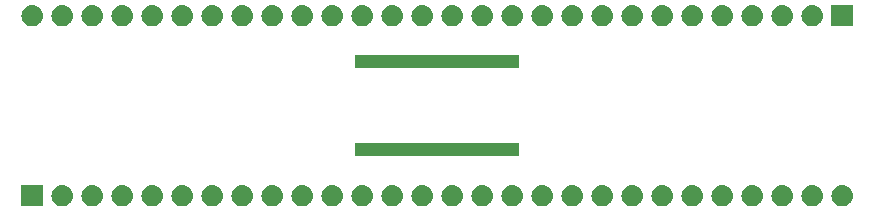
<source format=gbr>
G04 #@! TF.GenerationSoftware,KiCad,Pcbnew,(5.1.4)-1*
G04 #@! TF.CreationDate,2019-11-16T17:38:58+00:00*
G04 #@! TF.ProjectId,io-breakout,696f2d62-7265-4616-9b6f-75742e6b6963,rev?*
G04 #@! TF.SameCoordinates,Original*
G04 #@! TF.FileFunction,Soldermask,Top*
G04 #@! TF.FilePolarity,Negative*
%FSLAX46Y46*%
G04 Gerber Fmt 4.6, Leading zero omitted, Abs format (unit mm)*
G04 Created by KiCad (PCBNEW (5.1.4)-1) date 2019-11-16 17:38:58*
%MOMM*%
%LPD*%
G04 APERTURE LIST*
%ADD10C,0.100000*%
G04 APERTURE END LIST*
D10*
G36*
X134730443Y-67685519D02*
G01*
X134796627Y-67692037D01*
X134966466Y-67743557D01*
X135122991Y-67827222D01*
X135158729Y-67856552D01*
X135260186Y-67939814D01*
X135343448Y-68041271D01*
X135372778Y-68077009D01*
X135456443Y-68233534D01*
X135507963Y-68403373D01*
X135525359Y-68580000D01*
X135507963Y-68756627D01*
X135456443Y-68926466D01*
X135372778Y-69082991D01*
X135343448Y-69118729D01*
X135260186Y-69220186D01*
X135158729Y-69303448D01*
X135122991Y-69332778D01*
X134966466Y-69416443D01*
X134796627Y-69467963D01*
X134730442Y-69474482D01*
X134664260Y-69481000D01*
X134575740Y-69481000D01*
X134509558Y-69474482D01*
X134443373Y-69467963D01*
X134273534Y-69416443D01*
X134117009Y-69332778D01*
X134081271Y-69303448D01*
X133979814Y-69220186D01*
X133896552Y-69118729D01*
X133867222Y-69082991D01*
X133783557Y-68926466D01*
X133732037Y-68756627D01*
X133714641Y-68580000D01*
X133732037Y-68403373D01*
X133783557Y-68233534D01*
X133867222Y-68077009D01*
X133896552Y-68041271D01*
X133979814Y-67939814D01*
X134081271Y-67856552D01*
X134117009Y-67827222D01*
X134273534Y-67743557D01*
X134443373Y-67692037D01*
X134509557Y-67685519D01*
X134575740Y-67679000D01*
X134664260Y-67679000D01*
X134730443Y-67685519D01*
X134730443Y-67685519D01*
G37*
G36*
X137270443Y-67685519D02*
G01*
X137336627Y-67692037D01*
X137506466Y-67743557D01*
X137662991Y-67827222D01*
X137698729Y-67856552D01*
X137800186Y-67939814D01*
X137883448Y-68041271D01*
X137912778Y-68077009D01*
X137996443Y-68233534D01*
X138047963Y-68403373D01*
X138065359Y-68580000D01*
X138047963Y-68756627D01*
X137996443Y-68926466D01*
X137912778Y-69082991D01*
X137883448Y-69118729D01*
X137800186Y-69220186D01*
X137698729Y-69303448D01*
X137662991Y-69332778D01*
X137506466Y-69416443D01*
X137336627Y-69467963D01*
X137270442Y-69474482D01*
X137204260Y-69481000D01*
X137115740Y-69481000D01*
X137049558Y-69474482D01*
X136983373Y-69467963D01*
X136813534Y-69416443D01*
X136657009Y-69332778D01*
X136621271Y-69303448D01*
X136519814Y-69220186D01*
X136436552Y-69118729D01*
X136407222Y-69082991D01*
X136323557Y-68926466D01*
X136272037Y-68756627D01*
X136254641Y-68580000D01*
X136272037Y-68403373D01*
X136323557Y-68233534D01*
X136407222Y-68077009D01*
X136436552Y-68041271D01*
X136519814Y-67939814D01*
X136621271Y-67856552D01*
X136657009Y-67827222D01*
X136813534Y-67743557D01*
X136983373Y-67692037D01*
X137049557Y-67685519D01*
X137115740Y-67679000D01*
X137204260Y-67679000D01*
X137270443Y-67685519D01*
X137270443Y-67685519D01*
G37*
G36*
X105041000Y-69481000D02*
G01*
X103239000Y-69481000D01*
X103239000Y-67679000D01*
X105041000Y-67679000D01*
X105041000Y-69481000D01*
X105041000Y-69481000D01*
G37*
G36*
X106790443Y-67685519D02*
G01*
X106856627Y-67692037D01*
X107026466Y-67743557D01*
X107182991Y-67827222D01*
X107218729Y-67856552D01*
X107320186Y-67939814D01*
X107403448Y-68041271D01*
X107432778Y-68077009D01*
X107516443Y-68233534D01*
X107567963Y-68403373D01*
X107585359Y-68580000D01*
X107567963Y-68756627D01*
X107516443Y-68926466D01*
X107432778Y-69082991D01*
X107403448Y-69118729D01*
X107320186Y-69220186D01*
X107218729Y-69303448D01*
X107182991Y-69332778D01*
X107026466Y-69416443D01*
X106856627Y-69467963D01*
X106790442Y-69474482D01*
X106724260Y-69481000D01*
X106635740Y-69481000D01*
X106569558Y-69474482D01*
X106503373Y-69467963D01*
X106333534Y-69416443D01*
X106177009Y-69332778D01*
X106141271Y-69303448D01*
X106039814Y-69220186D01*
X105956552Y-69118729D01*
X105927222Y-69082991D01*
X105843557Y-68926466D01*
X105792037Y-68756627D01*
X105774641Y-68580000D01*
X105792037Y-68403373D01*
X105843557Y-68233534D01*
X105927222Y-68077009D01*
X105956552Y-68041271D01*
X106039814Y-67939814D01*
X106141271Y-67856552D01*
X106177009Y-67827222D01*
X106333534Y-67743557D01*
X106503373Y-67692037D01*
X106569557Y-67685519D01*
X106635740Y-67679000D01*
X106724260Y-67679000D01*
X106790443Y-67685519D01*
X106790443Y-67685519D01*
G37*
G36*
X109330443Y-67685519D02*
G01*
X109396627Y-67692037D01*
X109566466Y-67743557D01*
X109722991Y-67827222D01*
X109758729Y-67856552D01*
X109860186Y-67939814D01*
X109943448Y-68041271D01*
X109972778Y-68077009D01*
X110056443Y-68233534D01*
X110107963Y-68403373D01*
X110125359Y-68580000D01*
X110107963Y-68756627D01*
X110056443Y-68926466D01*
X109972778Y-69082991D01*
X109943448Y-69118729D01*
X109860186Y-69220186D01*
X109758729Y-69303448D01*
X109722991Y-69332778D01*
X109566466Y-69416443D01*
X109396627Y-69467963D01*
X109330442Y-69474482D01*
X109264260Y-69481000D01*
X109175740Y-69481000D01*
X109109558Y-69474482D01*
X109043373Y-69467963D01*
X108873534Y-69416443D01*
X108717009Y-69332778D01*
X108681271Y-69303448D01*
X108579814Y-69220186D01*
X108496552Y-69118729D01*
X108467222Y-69082991D01*
X108383557Y-68926466D01*
X108332037Y-68756627D01*
X108314641Y-68580000D01*
X108332037Y-68403373D01*
X108383557Y-68233534D01*
X108467222Y-68077009D01*
X108496552Y-68041271D01*
X108579814Y-67939814D01*
X108681271Y-67856552D01*
X108717009Y-67827222D01*
X108873534Y-67743557D01*
X109043373Y-67692037D01*
X109109557Y-67685519D01*
X109175740Y-67679000D01*
X109264260Y-67679000D01*
X109330443Y-67685519D01*
X109330443Y-67685519D01*
G37*
G36*
X111870443Y-67685519D02*
G01*
X111936627Y-67692037D01*
X112106466Y-67743557D01*
X112262991Y-67827222D01*
X112298729Y-67856552D01*
X112400186Y-67939814D01*
X112483448Y-68041271D01*
X112512778Y-68077009D01*
X112596443Y-68233534D01*
X112647963Y-68403373D01*
X112665359Y-68580000D01*
X112647963Y-68756627D01*
X112596443Y-68926466D01*
X112512778Y-69082991D01*
X112483448Y-69118729D01*
X112400186Y-69220186D01*
X112298729Y-69303448D01*
X112262991Y-69332778D01*
X112106466Y-69416443D01*
X111936627Y-69467963D01*
X111870442Y-69474482D01*
X111804260Y-69481000D01*
X111715740Y-69481000D01*
X111649558Y-69474482D01*
X111583373Y-69467963D01*
X111413534Y-69416443D01*
X111257009Y-69332778D01*
X111221271Y-69303448D01*
X111119814Y-69220186D01*
X111036552Y-69118729D01*
X111007222Y-69082991D01*
X110923557Y-68926466D01*
X110872037Y-68756627D01*
X110854641Y-68580000D01*
X110872037Y-68403373D01*
X110923557Y-68233534D01*
X111007222Y-68077009D01*
X111036552Y-68041271D01*
X111119814Y-67939814D01*
X111221271Y-67856552D01*
X111257009Y-67827222D01*
X111413534Y-67743557D01*
X111583373Y-67692037D01*
X111649557Y-67685519D01*
X111715740Y-67679000D01*
X111804260Y-67679000D01*
X111870443Y-67685519D01*
X111870443Y-67685519D01*
G37*
G36*
X114410443Y-67685519D02*
G01*
X114476627Y-67692037D01*
X114646466Y-67743557D01*
X114802991Y-67827222D01*
X114838729Y-67856552D01*
X114940186Y-67939814D01*
X115023448Y-68041271D01*
X115052778Y-68077009D01*
X115136443Y-68233534D01*
X115187963Y-68403373D01*
X115205359Y-68580000D01*
X115187963Y-68756627D01*
X115136443Y-68926466D01*
X115052778Y-69082991D01*
X115023448Y-69118729D01*
X114940186Y-69220186D01*
X114838729Y-69303448D01*
X114802991Y-69332778D01*
X114646466Y-69416443D01*
X114476627Y-69467963D01*
X114410442Y-69474482D01*
X114344260Y-69481000D01*
X114255740Y-69481000D01*
X114189558Y-69474482D01*
X114123373Y-69467963D01*
X113953534Y-69416443D01*
X113797009Y-69332778D01*
X113761271Y-69303448D01*
X113659814Y-69220186D01*
X113576552Y-69118729D01*
X113547222Y-69082991D01*
X113463557Y-68926466D01*
X113412037Y-68756627D01*
X113394641Y-68580000D01*
X113412037Y-68403373D01*
X113463557Y-68233534D01*
X113547222Y-68077009D01*
X113576552Y-68041271D01*
X113659814Y-67939814D01*
X113761271Y-67856552D01*
X113797009Y-67827222D01*
X113953534Y-67743557D01*
X114123373Y-67692037D01*
X114189557Y-67685519D01*
X114255740Y-67679000D01*
X114344260Y-67679000D01*
X114410443Y-67685519D01*
X114410443Y-67685519D01*
G37*
G36*
X116950443Y-67685519D02*
G01*
X117016627Y-67692037D01*
X117186466Y-67743557D01*
X117342991Y-67827222D01*
X117378729Y-67856552D01*
X117480186Y-67939814D01*
X117563448Y-68041271D01*
X117592778Y-68077009D01*
X117676443Y-68233534D01*
X117727963Y-68403373D01*
X117745359Y-68580000D01*
X117727963Y-68756627D01*
X117676443Y-68926466D01*
X117592778Y-69082991D01*
X117563448Y-69118729D01*
X117480186Y-69220186D01*
X117378729Y-69303448D01*
X117342991Y-69332778D01*
X117186466Y-69416443D01*
X117016627Y-69467963D01*
X116950442Y-69474482D01*
X116884260Y-69481000D01*
X116795740Y-69481000D01*
X116729558Y-69474482D01*
X116663373Y-69467963D01*
X116493534Y-69416443D01*
X116337009Y-69332778D01*
X116301271Y-69303448D01*
X116199814Y-69220186D01*
X116116552Y-69118729D01*
X116087222Y-69082991D01*
X116003557Y-68926466D01*
X115952037Y-68756627D01*
X115934641Y-68580000D01*
X115952037Y-68403373D01*
X116003557Y-68233534D01*
X116087222Y-68077009D01*
X116116552Y-68041271D01*
X116199814Y-67939814D01*
X116301271Y-67856552D01*
X116337009Y-67827222D01*
X116493534Y-67743557D01*
X116663373Y-67692037D01*
X116729557Y-67685519D01*
X116795740Y-67679000D01*
X116884260Y-67679000D01*
X116950443Y-67685519D01*
X116950443Y-67685519D01*
G37*
G36*
X119490443Y-67685519D02*
G01*
X119556627Y-67692037D01*
X119726466Y-67743557D01*
X119882991Y-67827222D01*
X119918729Y-67856552D01*
X120020186Y-67939814D01*
X120103448Y-68041271D01*
X120132778Y-68077009D01*
X120216443Y-68233534D01*
X120267963Y-68403373D01*
X120285359Y-68580000D01*
X120267963Y-68756627D01*
X120216443Y-68926466D01*
X120132778Y-69082991D01*
X120103448Y-69118729D01*
X120020186Y-69220186D01*
X119918729Y-69303448D01*
X119882991Y-69332778D01*
X119726466Y-69416443D01*
X119556627Y-69467963D01*
X119490442Y-69474482D01*
X119424260Y-69481000D01*
X119335740Y-69481000D01*
X119269558Y-69474482D01*
X119203373Y-69467963D01*
X119033534Y-69416443D01*
X118877009Y-69332778D01*
X118841271Y-69303448D01*
X118739814Y-69220186D01*
X118656552Y-69118729D01*
X118627222Y-69082991D01*
X118543557Y-68926466D01*
X118492037Y-68756627D01*
X118474641Y-68580000D01*
X118492037Y-68403373D01*
X118543557Y-68233534D01*
X118627222Y-68077009D01*
X118656552Y-68041271D01*
X118739814Y-67939814D01*
X118841271Y-67856552D01*
X118877009Y-67827222D01*
X119033534Y-67743557D01*
X119203373Y-67692037D01*
X119269557Y-67685519D01*
X119335740Y-67679000D01*
X119424260Y-67679000D01*
X119490443Y-67685519D01*
X119490443Y-67685519D01*
G37*
G36*
X122030443Y-67685519D02*
G01*
X122096627Y-67692037D01*
X122266466Y-67743557D01*
X122422991Y-67827222D01*
X122458729Y-67856552D01*
X122560186Y-67939814D01*
X122643448Y-68041271D01*
X122672778Y-68077009D01*
X122756443Y-68233534D01*
X122807963Y-68403373D01*
X122825359Y-68580000D01*
X122807963Y-68756627D01*
X122756443Y-68926466D01*
X122672778Y-69082991D01*
X122643448Y-69118729D01*
X122560186Y-69220186D01*
X122458729Y-69303448D01*
X122422991Y-69332778D01*
X122266466Y-69416443D01*
X122096627Y-69467963D01*
X122030442Y-69474482D01*
X121964260Y-69481000D01*
X121875740Y-69481000D01*
X121809558Y-69474482D01*
X121743373Y-69467963D01*
X121573534Y-69416443D01*
X121417009Y-69332778D01*
X121381271Y-69303448D01*
X121279814Y-69220186D01*
X121196552Y-69118729D01*
X121167222Y-69082991D01*
X121083557Y-68926466D01*
X121032037Y-68756627D01*
X121014641Y-68580000D01*
X121032037Y-68403373D01*
X121083557Y-68233534D01*
X121167222Y-68077009D01*
X121196552Y-68041271D01*
X121279814Y-67939814D01*
X121381271Y-67856552D01*
X121417009Y-67827222D01*
X121573534Y-67743557D01*
X121743373Y-67692037D01*
X121809557Y-67685519D01*
X121875740Y-67679000D01*
X121964260Y-67679000D01*
X122030443Y-67685519D01*
X122030443Y-67685519D01*
G37*
G36*
X124570443Y-67685519D02*
G01*
X124636627Y-67692037D01*
X124806466Y-67743557D01*
X124962991Y-67827222D01*
X124998729Y-67856552D01*
X125100186Y-67939814D01*
X125183448Y-68041271D01*
X125212778Y-68077009D01*
X125296443Y-68233534D01*
X125347963Y-68403373D01*
X125365359Y-68580000D01*
X125347963Y-68756627D01*
X125296443Y-68926466D01*
X125212778Y-69082991D01*
X125183448Y-69118729D01*
X125100186Y-69220186D01*
X124998729Y-69303448D01*
X124962991Y-69332778D01*
X124806466Y-69416443D01*
X124636627Y-69467963D01*
X124570442Y-69474482D01*
X124504260Y-69481000D01*
X124415740Y-69481000D01*
X124349558Y-69474482D01*
X124283373Y-69467963D01*
X124113534Y-69416443D01*
X123957009Y-69332778D01*
X123921271Y-69303448D01*
X123819814Y-69220186D01*
X123736552Y-69118729D01*
X123707222Y-69082991D01*
X123623557Y-68926466D01*
X123572037Y-68756627D01*
X123554641Y-68580000D01*
X123572037Y-68403373D01*
X123623557Y-68233534D01*
X123707222Y-68077009D01*
X123736552Y-68041271D01*
X123819814Y-67939814D01*
X123921271Y-67856552D01*
X123957009Y-67827222D01*
X124113534Y-67743557D01*
X124283373Y-67692037D01*
X124349557Y-67685519D01*
X124415740Y-67679000D01*
X124504260Y-67679000D01*
X124570443Y-67685519D01*
X124570443Y-67685519D01*
G37*
G36*
X127110443Y-67685519D02*
G01*
X127176627Y-67692037D01*
X127346466Y-67743557D01*
X127502991Y-67827222D01*
X127538729Y-67856552D01*
X127640186Y-67939814D01*
X127723448Y-68041271D01*
X127752778Y-68077009D01*
X127836443Y-68233534D01*
X127887963Y-68403373D01*
X127905359Y-68580000D01*
X127887963Y-68756627D01*
X127836443Y-68926466D01*
X127752778Y-69082991D01*
X127723448Y-69118729D01*
X127640186Y-69220186D01*
X127538729Y-69303448D01*
X127502991Y-69332778D01*
X127346466Y-69416443D01*
X127176627Y-69467963D01*
X127110442Y-69474482D01*
X127044260Y-69481000D01*
X126955740Y-69481000D01*
X126889558Y-69474482D01*
X126823373Y-69467963D01*
X126653534Y-69416443D01*
X126497009Y-69332778D01*
X126461271Y-69303448D01*
X126359814Y-69220186D01*
X126276552Y-69118729D01*
X126247222Y-69082991D01*
X126163557Y-68926466D01*
X126112037Y-68756627D01*
X126094641Y-68580000D01*
X126112037Y-68403373D01*
X126163557Y-68233534D01*
X126247222Y-68077009D01*
X126276552Y-68041271D01*
X126359814Y-67939814D01*
X126461271Y-67856552D01*
X126497009Y-67827222D01*
X126653534Y-67743557D01*
X126823373Y-67692037D01*
X126889557Y-67685519D01*
X126955740Y-67679000D01*
X127044260Y-67679000D01*
X127110443Y-67685519D01*
X127110443Y-67685519D01*
G37*
G36*
X129650443Y-67685519D02*
G01*
X129716627Y-67692037D01*
X129886466Y-67743557D01*
X130042991Y-67827222D01*
X130078729Y-67856552D01*
X130180186Y-67939814D01*
X130263448Y-68041271D01*
X130292778Y-68077009D01*
X130376443Y-68233534D01*
X130427963Y-68403373D01*
X130445359Y-68580000D01*
X130427963Y-68756627D01*
X130376443Y-68926466D01*
X130292778Y-69082991D01*
X130263448Y-69118729D01*
X130180186Y-69220186D01*
X130078729Y-69303448D01*
X130042991Y-69332778D01*
X129886466Y-69416443D01*
X129716627Y-69467963D01*
X129650442Y-69474482D01*
X129584260Y-69481000D01*
X129495740Y-69481000D01*
X129429558Y-69474482D01*
X129363373Y-69467963D01*
X129193534Y-69416443D01*
X129037009Y-69332778D01*
X129001271Y-69303448D01*
X128899814Y-69220186D01*
X128816552Y-69118729D01*
X128787222Y-69082991D01*
X128703557Y-68926466D01*
X128652037Y-68756627D01*
X128634641Y-68580000D01*
X128652037Y-68403373D01*
X128703557Y-68233534D01*
X128787222Y-68077009D01*
X128816552Y-68041271D01*
X128899814Y-67939814D01*
X129001271Y-67856552D01*
X129037009Y-67827222D01*
X129193534Y-67743557D01*
X129363373Y-67692037D01*
X129429557Y-67685519D01*
X129495740Y-67679000D01*
X129584260Y-67679000D01*
X129650443Y-67685519D01*
X129650443Y-67685519D01*
G37*
G36*
X132190443Y-67685519D02*
G01*
X132256627Y-67692037D01*
X132426466Y-67743557D01*
X132582991Y-67827222D01*
X132618729Y-67856552D01*
X132720186Y-67939814D01*
X132803448Y-68041271D01*
X132832778Y-68077009D01*
X132916443Y-68233534D01*
X132967963Y-68403373D01*
X132985359Y-68580000D01*
X132967963Y-68756627D01*
X132916443Y-68926466D01*
X132832778Y-69082991D01*
X132803448Y-69118729D01*
X132720186Y-69220186D01*
X132618729Y-69303448D01*
X132582991Y-69332778D01*
X132426466Y-69416443D01*
X132256627Y-69467963D01*
X132190442Y-69474482D01*
X132124260Y-69481000D01*
X132035740Y-69481000D01*
X131969558Y-69474482D01*
X131903373Y-69467963D01*
X131733534Y-69416443D01*
X131577009Y-69332778D01*
X131541271Y-69303448D01*
X131439814Y-69220186D01*
X131356552Y-69118729D01*
X131327222Y-69082991D01*
X131243557Y-68926466D01*
X131192037Y-68756627D01*
X131174641Y-68580000D01*
X131192037Y-68403373D01*
X131243557Y-68233534D01*
X131327222Y-68077009D01*
X131356552Y-68041271D01*
X131439814Y-67939814D01*
X131541271Y-67856552D01*
X131577009Y-67827222D01*
X131733534Y-67743557D01*
X131903373Y-67692037D01*
X131969557Y-67685519D01*
X132035740Y-67679000D01*
X132124260Y-67679000D01*
X132190443Y-67685519D01*
X132190443Y-67685519D01*
G37*
G36*
X139810443Y-67685519D02*
G01*
X139876627Y-67692037D01*
X140046466Y-67743557D01*
X140202991Y-67827222D01*
X140238729Y-67856552D01*
X140340186Y-67939814D01*
X140423448Y-68041271D01*
X140452778Y-68077009D01*
X140536443Y-68233534D01*
X140587963Y-68403373D01*
X140605359Y-68580000D01*
X140587963Y-68756627D01*
X140536443Y-68926466D01*
X140452778Y-69082991D01*
X140423448Y-69118729D01*
X140340186Y-69220186D01*
X140238729Y-69303448D01*
X140202991Y-69332778D01*
X140046466Y-69416443D01*
X139876627Y-69467963D01*
X139810442Y-69474482D01*
X139744260Y-69481000D01*
X139655740Y-69481000D01*
X139589558Y-69474482D01*
X139523373Y-69467963D01*
X139353534Y-69416443D01*
X139197009Y-69332778D01*
X139161271Y-69303448D01*
X139059814Y-69220186D01*
X138976552Y-69118729D01*
X138947222Y-69082991D01*
X138863557Y-68926466D01*
X138812037Y-68756627D01*
X138794641Y-68580000D01*
X138812037Y-68403373D01*
X138863557Y-68233534D01*
X138947222Y-68077009D01*
X138976552Y-68041271D01*
X139059814Y-67939814D01*
X139161271Y-67856552D01*
X139197009Y-67827222D01*
X139353534Y-67743557D01*
X139523373Y-67692037D01*
X139589557Y-67685519D01*
X139655740Y-67679000D01*
X139744260Y-67679000D01*
X139810443Y-67685519D01*
X139810443Y-67685519D01*
G37*
G36*
X142350443Y-67685519D02*
G01*
X142416627Y-67692037D01*
X142586466Y-67743557D01*
X142742991Y-67827222D01*
X142778729Y-67856552D01*
X142880186Y-67939814D01*
X142963448Y-68041271D01*
X142992778Y-68077009D01*
X143076443Y-68233534D01*
X143127963Y-68403373D01*
X143145359Y-68580000D01*
X143127963Y-68756627D01*
X143076443Y-68926466D01*
X142992778Y-69082991D01*
X142963448Y-69118729D01*
X142880186Y-69220186D01*
X142778729Y-69303448D01*
X142742991Y-69332778D01*
X142586466Y-69416443D01*
X142416627Y-69467963D01*
X142350442Y-69474482D01*
X142284260Y-69481000D01*
X142195740Y-69481000D01*
X142129558Y-69474482D01*
X142063373Y-69467963D01*
X141893534Y-69416443D01*
X141737009Y-69332778D01*
X141701271Y-69303448D01*
X141599814Y-69220186D01*
X141516552Y-69118729D01*
X141487222Y-69082991D01*
X141403557Y-68926466D01*
X141352037Y-68756627D01*
X141334641Y-68580000D01*
X141352037Y-68403373D01*
X141403557Y-68233534D01*
X141487222Y-68077009D01*
X141516552Y-68041271D01*
X141599814Y-67939814D01*
X141701271Y-67856552D01*
X141737009Y-67827222D01*
X141893534Y-67743557D01*
X142063373Y-67692037D01*
X142129557Y-67685519D01*
X142195740Y-67679000D01*
X142284260Y-67679000D01*
X142350443Y-67685519D01*
X142350443Y-67685519D01*
G37*
G36*
X144890443Y-67685519D02*
G01*
X144956627Y-67692037D01*
X145126466Y-67743557D01*
X145282991Y-67827222D01*
X145318729Y-67856552D01*
X145420186Y-67939814D01*
X145503448Y-68041271D01*
X145532778Y-68077009D01*
X145616443Y-68233534D01*
X145667963Y-68403373D01*
X145685359Y-68580000D01*
X145667963Y-68756627D01*
X145616443Y-68926466D01*
X145532778Y-69082991D01*
X145503448Y-69118729D01*
X145420186Y-69220186D01*
X145318729Y-69303448D01*
X145282991Y-69332778D01*
X145126466Y-69416443D01*
X144956627Y-69467963D01*
X144890442Y-69474482D01*
X144824260Y-69481000D01*
X144735740Y-69481000D01*
X144669558Y-69474482D01*
X144603373Y-69467963D01*
X144433534Y-69416443D01*
X144277009Y-69332778D01*
X144241271Y-69303448D01*
X144139814Y-69220186D01*
X144056552Y-69118729D01*
X144027222Y-69082991D01*
X143943557Y-68926466D01*
X143892037Y-68756627D01*
X143874641Y-68580000D01*
X143892037Y-68403373D01*
X143943557Y-68233534D01*
X144027222Y-68077009D01*
X144056552Y-68041271D01*
X144139814Y-67939814D01*
X144241271Y-67856552D01*
X144277009Y-67827222D01*
X144433534Y-67743557D01*
X144603373Y-67692037D01*
X144669557Y-67685519D01*
X144735740Y-67679000D01*
X144824260Y-67679000D01*
X144890443Y-67685519D01*
X144890443Y-67685519D01*
G37*
G36*
X147430443Y-67685519D02*
G01*
X147496627Y-67692037D01*
X147666466Y-67743557D01*
X147822991Y-67827222D01*
X147858729Y-67856552D01*
X147960186Y-67939814D01*
X148043448Y-68041271D01*
X148072778Y-68077009D01*
X148156443Y-68233534D01*
X148207963Y-68403373D01*
X148225359Y-68580000D01*
X148207963Y-68756627D01*
X148156443Y-68926466D01*
X148072778Y-69082991D01*
X148043448Y-69118729D01*
X147960186Y-69220186D01*
X147858729Y-69303448D01*
X147822991Y-69332778D01*
X147666466Y-69416443D01*
X147496627Y-69467963D01*
X147430442Y-69474482D01*
X147364260Y-69481000D01*
X147275740Y-69481000D01*
X147209558Y-69474482D01*
X147143373Y-69467963D01*
X146973534Y-69416443D01*
X146817009Y-69332778D01*
X146781271Y-69303448D01*
X146679814Y-69220186D01*
X146596552Y-69118729D01*
X146567222Y-69082991D01*
X146483557Y-68926466D01*
X146432037Y-68756627D01*
X146414641Y-68580000D01*
X146432037Y-68403373D01*
X146483557Y-68233534D01*
X146567222Y-68077009D01*
X146596552Y-68041271D01*
X146679814Y-67939814D01*
X146781271Y-67856552D01*
X146817009Y-67827222D01*
X146973534Y-67743557D01*
X147143373Y-67692037D01*
X147209557Y-67685519D01*
X147275740Y-67679000D01*
X147364260Y-67679000D01*
X147430443Y-67685519D01*
X147430443Y-67685519D01*
G37*
G36*
X149970443Y-67685519D02*
G01*
X150036627Y-67692037D01*
X150206466Y-67743557D01*
X150362991Y-67827222D01*
X150398729Y-67856552D01*
X150500186Y-67939814D01*
X150583448Y-68041271D01*
X150612778Y-68077009D01*
X150696443Y-68233534D01*
X150747963Y-68403373D01*
X150765359Y-68580000D01*
X150747963Y-68756627D01*
X150696443Y-68926466D01*
X150612778Y-69082991D01*
X150583448Y-69118729D01*
X150500186Y-69220186D01*
X150398729Y-69303448D01*
X150362991Y-69332778D01*
X150206466Y-69416443D01*
X150036627Y-69467963D01*
X149970442Y-69474482D01*
X149904260Y-69481000D01*
X149815740Y-69481000D01*
X149749558Y-69474482D01*
X149683373Y-69467963D01*
X149513534Y-69416443D01*
X149357009Y-69332778D01*
X149321271Y-69303448D01*
X149219814Y-69220186D01*
X149136552Y-69118729D01*
X149107222Y-69082991D01*
X149023557Y-68926466D01*
X148972037Y-68756627D01*
X148954641Y-68580000D01*
X148972037Y-68403373D01*
X149023557Y-68233534D01*
X149107222Y-68077009D01*
X149136552Y-68041271D01*
X149219814Y-67939814D01*
X149321271Y-67856552D01*
X149357009Y-67827222D01*
X149513534Y-67743557D01*
X149683373Y-67692037D01*
X149749557Y-67685519D01*
X149815740Y-67679000D01*
X149904260Y-67679000D01*
X149970443Y-67685519D01*
X149970443Y-67685519D01*
G37*
G36*
X152510443Y-67685519D02*
G01*
X152576627Y-67692037D01*
X152746466Y-67743557D01*
X152902991Y-67827222D01*
X152938729Y-67856552D01*
X153040186Y-67939814D01*
X153123448Y-68041271D01*
X153152778Y-68077009D01*
X153236443Y-68233534D01*
X153287963Y-68403373D01*
X153305359Y-68580000D01*
X153287963Y-68756627D01*
X153236443Y-68926466D01*
X153152778Y-69082991D01*
X153123448Y-69118729D01*
X153040186Y-69220186D01*
X152938729Y-69303448D01*
X152902991Y-69332778D01*
X152746466Y-69416443D01*
X152576627Y-69467963D01*
X152510442Y-69474482D01*
X152444260Y-69481000D01*
X152355740Y-69481000D01*
X152289558Y-69474482D01*
X152223373Y-69467963D01*
X152053534Y-69416443D01*
X151897009Y-69332778D01*
X151861271Y-69303448D01*
X151759814Y-69220186D01*
X151676552Y-69118729D01*
X151647222Y-69082991D01*
X151563557Y-68926466D01*
X151512037Y-68756627D01*
X151494641Y-68580000D01*
X151512037Y-68403373D01*
X151563557Y-68233534D01*
X151647222Y-68077009D01*
X151676552Y-68041271D01*
X151759814Y-67939814D01*
X151861271Y-67856552D01*
X151897009Y-67827222D01*
X152053534Y-67743557D01*
X152223373Y-67692037D01*
X152289557Y-67685519D01*
X152355740Y-67679000D01*
X152444260Y-67679000D01*
X152510443Y-67685519D01*
X152510443Y-67685519D01*
G37*
G36*
X155050443Y-67685519D02*
G01*
X155116627Y-67692037D01*
X155286466Y-67743557D01*
X155442991Y-67827222D01*
X155478729Y-67856552D01*
X155580186Y-67939814D01*
X155663448Y-68041271D01*
X155692778Y-68077009D01*
X155776443Y-68233534D01*
X155827963Y-68403373D01*
X155845359Y-68580000D01*
X155827963Y-68756627D01*
X155776443Y-68926466D01*
X155692778Y-69082991D01*
X155663448Y-69118729D01*
X155580186Y-69220186D01*
X155478729Y-69303448D01*
X155442991Y-69332778D01*
X155286466Y-69416443D01*
X155116627Y-69467963D01*
X155050442Y-69474482D01*
X154984260Y-69481000D01*
X154895740Y-69481000D01*
X154829558Y-69474482D01*
X154763373Y-69467963D01*
X154593534Y-69416443D01*
X154437009Y-69332778D01*
X154401271Y-69303448D01*
X154299814Y-69220186D01*
X154216552Y-69118729D01*
X154187222Y-69082991D01*
X154103557Y-68926466D01*
X154052037Y-68756627D01*
X154034641Y-68580000D01*
X154052037Y-68403373D01*
X154103557Y-68233534D01*
X154187222Y-68077009D01*
X154216552Y-68041271D01*
X154299814Y-67939814D01*
X154401271Y-67856552D01*
X154437009Y-67827222D01*
X154593534Y-67743557D01*
X154763373Y-67692037D01*
X154829557Y-67685519D01*
X154895740Y-67679000D01*
X154984260Y-67679000D01*
X155050443Y-67685519D01*
X155050443Y-67685519D01*
G37*
G36*
X157590443Y-67685519D02*
G01*
X157656627Y-67692037D01*
X157826466Y-67743557D01*
X157982991Y-67827222D01*
X158018729Y-67856552D01*
X158120186Y-67939814D01*
X158203448Y-68041271D01*
X158232778Y-68077009D01*
X158316443Y-68233534D01*
X158367963Y-68403373D01*
X158385359Y-68580000D01*
X158367963Y-68756627D01*
X158316443Y-68926466D01*
X158232778Y-69082991D01*
X158203448Y-69118729D01*
X158120186Y-69220186D01*
X158018729Y-69303448D01*
X157982991Y-69332778D01*
X157826466Y-69416443D01*
X157656627Y-69467963D01*
X157590442Y-69474482D01*
X157524260Y-69481000D01*
X157435740Y-69481000D01*
X157369558Y-69474482D01*
X157303373Y-69467963D01*
X157133534Y-69416443D01*
X156977009Y-69332778D01*
X156941271Y-69303448D01*
X156839814Y-69220186D01*
X156756552Y-69118729D01*
X156727222Y-69082991D01*
X156643557Y-68926466D01*
X156592037Y-68756627D01*
X156574641Y-68580000D01*
X156592037Y-68403373D01*
X156643557Y-68233534D01*
X156727222Y-68077009D01*
X156756552Y-68041271D01*
X156839814Y-67939814D01*
X156941271Y-67856552D01*
X156977009Y-67827222D01*
X157133534Y-67743557D01*
X157303373Y-67692037D01*
X157369557Y-67685519D01*
X157435740Y-67679000D01*
X157524260Y-67679000D01*
X157590443Y-67685519D01*
X157590443Y-67685519D01*
G37*
G36*
X160130443Y-67685519D02*
G01*
X160196627Y-67692037D01*
X160366466Y-67743557D01*
X160522991Y-67827222D01*
X160558729Y-67856552D01*
X160660186Y-67939814D01*
X160743448Y-68041271D01*
X160772778Y-68077009D01*
X160856443Y-68233534D01*
X160907963Y-68403373D01*
X160925359Y-68580000D01*
X160907963Y-68756627D01*
X160856443Y-68926466D01*
X160772778Y-69082991D01*
X160743448Y-69118729D01*
X160660186Y-69220186D01*
X160558729Y-69303448D01*
X160522991Y-69332778D01*
X160366466Y-69416443D01*
X160196627Y-69467963D01*
X160130442Y-69474482D01*
X160064260Y-69481000D01*
X159975740Y-69481000D01*
X159909558Y-69474482D01*
X159843373Y-69467963D01*
X159673534Y-69416443D01*
X159517009Y-69332778D01*
X159481271Y-69303448D01*
X159379814Y-69220186D01*
X159296552Y-69118729D01*
X159267222Y-69082991D01*
X159183557Y-68926466D01*
X159132037Y-68756627D01*
X159114641Y-68580000D01*
X159132037Y-68403373D01*
X159183557Y-68233534D01*
X159267222Y-68077009D01*
X159296552Y-68041271D01*
X159379814Y-67939814D01*
X159481271Y-67856552D01*
X159517009Y-67827222D01*
X159673534Y-67743557D01*
X159843373Y-67692037D01*
X159909557Y-67685519D01*
X159975740Y-67679000D01*
X160064260Y-67679000D01*
X160130443Y-67685519D01*
X160130443Y-67685519D01*
G37*
G36*
X162670443Y-67685519D02*
G01*
X162736627Y-67692037D01*
X162906466Y-67743557D01*
X163062991Y-67827222D01*
X163098729Y-67856552D01*
X163200186Y-67939814D01*
X163283448Y-68041271D01*
X163312778Y-68077009D01*
X163396443Y-68233534D01*
X163447963Y-68403373D01*
X163465359Y-68580000D01*
X163447963Y-68756627D01*
X163396443Y-68926466D01*
X163312778Y-69082991D01*
X163283448Y-69118729D01*
X163200186Y-69220186D01*
X163098729Y-69303448D01*
X163062991Y-69332778D01*
X162906466Y-69416443D01*
X162736627Y-69467963D01*
X162670442Y-69474482D01*
X162604260Y-69481000D01*
X162515740Y-69481000D01*
X162449558Y-69474482D01*
X162383373Y-69467963D01*
X162213534Y-69416443D01*
X162057009Y-69332778D01*
X162021271Y-69303448D01*
X161919814Y-69220186D01*
X161836552Y-69118729D01*
X161807222Y-69082991D01*
X161723557Y-68926466D01*
X161672037Y-68756627D01*
X161654641Y-68580000D01*
X161672037Y-68403373D01*
X161723557Y-68233534D01*
X161807222Y-68077009D01*
X161836552Y-68041271D01*
X161919814Y-67939814D01*
X162021271Y-67856552D01*
X162057009Y-67827222D01*
X162213534Y-67743557D01*
X162383373Y-67692037D01*
X162449557Y-67685519D01*
X162515740Y-67679000D01*
X162604260Y-67679000D01*
X162670443Y-67685519D01*
X162670443Y-67685519D01*
G37*
G36*
X165210443Y-67685519D02*
G01*
X165276627Y-67692037D01*
X165446466Y-67743557D01*
X165602991Y-67827222D01*
X165638729Y-67856552D01*
X165740186Y-67939814D01*
X165823448Y-68041271D01*
X165852778Y-68077009D01*
X165936443Y-68233534D01*
X165987963Y-68403373D01*
X166005359Y-68580000D01*
X165987963Y-68756627D01*
X165936443Y-68926466D01*
X165852778Y-69082991D01*
X165823448Y-69118729D01*
X165740186Y-69220186D01*
X165638729Y-69303448D01*
X165602991Y-69332778D01*
X165446466Y-69416443D01*
X165276627Y-69467963D01*
X165210442Y-69474482D01*
X165144260Y-69481000D01*
X165055740Y-69481000D01*
X164989558Y-69474482D01*
X164923373Y-69467963D01*
X164753534Y-69416443D01*
X164597009Y-69332778D01*
X164561271Y-69303448D01*
X164459814Y-69220186D01*
X164376552Y-69118729D01*
X164347222Y-69082991D01*
X164263557Y-68926466D01*
X164212037Y-68756627D01*
X164194641Y-68580000D01*
X164212037Y-68403373D01*
X164263557Y-68233534D01*
X164347222Y-68077009D01*
X164376552Y-68041271D01*
X164459814Y-67939814D01*
X164561271Y-67856552D01*
X164597009Y-67827222D01*
X164753534Y-67743557D01*
X164923373Y-67692037D01*
X164989557Y-67685519D01*
X165055740Y-67679000D01*
X165144260Y-67679000D01*
X165210443Y-67685519D01*
X165210443Y-67685519D01*
G37*
G36*
X167750443Y-67685519D02*
G01*
X167816627Y-67692037D01*
X167986466Y-67743557D01*
X168142991Y-67827222D01*
X168178729Y-67856552D01*
X168280186Y-67939814D01*
X168363448Y-68041271D01*
X168392778Y-68077009D01*
X168476443Y-68233534D01*
X168527963Y-68403373D01*
X168545359Y-68580000D01*
X168527963Y-68756627D01*
X168476443Y-68926466D01*
X168392778Y-69082991D01*
X168363448Y-69118729D01*
X168280186Y-69220186D01*
X168178729Y-69303448D01*
X168142991Y-69332778D01*
X167986466Y-69416443D01*
X167816627Y-69467963D01*
X167750442Y-69474482D01*
X167684260Y-69481000D01*
X167595740Y-69481000D01*
X167529558Y-69474482D01*
X167463373Y-69467963D01*
X167293534Y-69416443D01*
X167137009Y-69332778D01*
X167101271Y-69303448D01*
X166999814Y-69220186D01*
X166916552Y-69118729D01*
X166887222Y-69082991D01*
X166803557Y-68926466D01*
X166752037Y-68756627D01*
X166734641Y-68580000D01*
X166752037Y-68403373D01*
X166803557Y-68233534D01*
X166887222Y-68077009D01*
X166916552Y-68041271D01*
X166999814Y-67939814D01*
X167101271Y-67856552D01*
X167137009Y-67827222D01*
X167293534Y-67743557D01*
X167463373Y-67692037D01*
X167529557Y-67685519D01*
X167595740Y-67679000D01*
X167684260Y-67679000D01*
X167750443Y-67685519D01*
X167750443Y-67685519D01*
G37*
G36*
X170290443Y-67685519D02*
G01*
X170356627Y-67692037D01*
X170526466Y-67743557D01*
X170682991Y-67827222D01*
X170718729Y-67856552D01*
X170820186Y-67939814D01*
X170903448Y-68041271D01*
X170932778Y-68077009D01*
X171016443Y-68233534D01*
X171067963Y-68403373D01*
X171085359Y-68580000D01*
X171067963Y-68756627D01*
X171016443Y-68926466D01*
X170932778Y-69082991D01*
X170903448Y-69118729D01*
X170820186Y-69220186D01*
X170718729Y-69303448D01*
X170682991Y-69332778D01*
X170526466Y-69416443D01*
X170356627Y-69467963D01*
X170290442Y-69474482D01*
X170224260Y-69481000D01*
X170135740Y-69481000D01*
X170069558Y-69474482D01*
X170003373Y-69467963D01*
X169833534Y-69416443D01*
X169677009Y-69332778D01*
X169641271Y-69303448D01*
X169539814Y-69220186D01*
X169456552Y-69118729D01*
X169427222Y-69082991D01*
X169343557Y-68926466D01*
X169292037Y-68756627D01*
X169274641Y-68580000D01*
X169292037Y-68403373D01*
X169343557Y-68233534D01*
X169427222Y-68077009D01*
X169456552Y-68041271D01*
X169539814Y-67939814D01*
X169641271Y-67856552D01*
X169677009Y-67827222D01*
X169833534Y-67743557D01*
X170003373Y-67692037D01*
X170069557Y-67685519D01*
X170135740Y-67679000D01*
X170224260Y-67679000D01*
X170290443Y-67685519D01*
X170290443Y-67685519D01*
G37*
G36*
X172830443Y-67685519D02*
G01*
X172896627Y-67692037D01*
X173066466Y-67743557D01*
X173222991Y-67827222D01*
X173258729Y-67856552D01*
X173360186Y-67939814D01*
X173443448Y-68041271D01*
X173472778Y-68077009D01*
X173556443Y-68233534D01*
X173607963Y-68403373D01*
X173625359Y-68580000D01*
X173607963Y-68756627D01*
X173556443Y-68926466D01*
X173472778Y-69082991D01*
X173443448Y-69118729D01*
X173360186Y-69220186D01*
X173258729Y-69303448D01*
X173222991Y-69332778D01*
X173066466Y-69416443D01*
X172896627Y-69467963D01*
X172830442Y-69474482D01*
X172764260Y-69481000D01*
X172675740Y-69481000D01*
X172609558Y-69474482D01*
X172543373Y-69467963D01*
X172373534Y-69416443D01*
X172217009Y-69332778D01*
X172181271Y-69303448D01*
X172079814Y-69220186D01*
X171996552Y-69118729D01*
X171967222Y-69082991D01*
X171883557Y-68926466D01*
X171832037Y-68756627D01*
X171814641Y-68580000D01*
X171832037Y-68403373D01*
X171883557Y-68233534D01*
X171967222Y-68077009D01*
X171996552Y-68041271D01*
X172079814Y-67939814D01*
X172181271Y-67856552D01*
X172217009Y-67827222D01*
X172373534Y-67743557D01*
X172543373Y-67692037D01*
X172609557Y-67685519D01*
X172675740Y-67679000D01*
X172764260Y-67679000D01*
X172830443Y-67685519D01*
X172830443Y-67685519D01*
G37*
G36*
X145373500Y-65261000D02*
G01*
X131486500Y-65261000D01*
X131486500Y-64159000D01*
X145373500Y-64159000D01*
X145373500Y-65261000D01*
X145373500Y-65261000D01*
G37*
G36*
X145373500Y-57761000D02*
G01*
X131486500Y-57761000D01*
X131486500Y-56659000D01*
X145373500Y-56659000D01*
X145373500Y-57761000D01*
X145373500Y-57761000D01*
G37*
G36*
X139810443Y-52445519D02*
G01*
X139876627Y-52452037D01*
X140046466Y-52503557D01*
X140202991Y-52587222D01*
X140238729Y-52616552D01*
X140340186Y-52699814D01*
X140423448Y-52801271D01*
X140452778Y-52837009D01*
X140536443Y-52993534D01*
X140587963Y-53163373D01*
X140605359Y-53340000D01*
X140587963Y-53516627D01*
X140536443Y-53686466D01*
X140452778Y-53842991D01*
X140423448Y-53878729D01*
X140340186Y-53980186D01*
X140238729Y-54063448D01*
X140202991Y-54092778D01*
X140046466Y-54176443D01*
X139876627Y-54227963D01*
X139810442Y-54234482D01*
X139744260Y-54241000D01*
X139655740Y-54241000D01*
X139589558Y-54234482D01*
X139523373Y-54227963D01*
X139353534Y-54176443D01*
X139197009Y-54092778D01*
X139161271Y-54063448D01*
X139059814Y-53980186D01*
X138976552Y-53878729D01*
X138947222Y-53842991D01*
X138863557Y-53686466D01*
X138812037Y-53516627D01*
X138794641Y-53340000D01*
X138812037Y-53163373D01*
X138863557Y-52993534D01*
X138947222Y-52837009D01*
X138976552Y-52801271D01*
X139059814Y-52699814D01*
X139161271Y-52616552D01*
X139197009Y-52587222D01*
X139353534Y-52503557D01*
X139523373Y-52452037D01*
X139589558Y-52445518D01*
X139655740Y-52439000D01*
X139744260Y-52439000D01*
X139810443Y-52445519D01*
X139810443Y-52445519D01*
G37*
G36*
X173621000Y-54241000D02*
G01*
X171819000Y-54241000D01*
X171819000Y-52439000D01*
X173621000Y-52439000D01*
X173621000Y-54241000D01*
X173621000Y-54241000D01*
G37*
G36*
X170290443Y-52445519D02*
G01*
X170356627Y-52452037D01*
X170526466Y-52503557D01*
X170682991Y-52587222D01*
X170718729Y-52616552D01*
X170820186Y-52699814D01*
X170903448Y-52801271D01*
X170932778Y-52837009D01*
X171016443Y-52993534D01*
X171067963Y-53163373D01*
X171085359Y-53340000D01*
X171067963Y-53516627D01*
X171016443Y-53686466D01*
X170932778Y-53842991D01*
X170903448Y-53878729D01*
X170820186Y-53980186D01*
X170718729Y-54063448D01*
X170682991Y-54092778D01*
X170526466Y-54176443D01*
X170356627Y-54227963D01*
X170290442Y-54234482D01*
X170224260Y-54241000D01*
X170135740Y-54241000D01*
X170069558Y-54234482D01*
X170003373Y-54227963D01*
X169833534Y-54176443D01*
X169677009Y-54092778D01*
X169641271Y-54063448D01*
X169539814Y-53980186D01*
X169456552Y-53878729D01*
X169427222Y-53842991D01*
X169343557Y-53686466D01*
X169292037Y-53516627D01*
X169274641Y-53340000D01*
X169292037Y-53163373D01*
X169343557Y-52993534D01*
X169427222Y-52837009D01*
X169456552Y-52801271D01*
X169539814Y-52699814D01*
X169641271Y-52616552D01*
X169677009Y-52587222D01*
X169833534Y-52503557D01*
X170003373Y-52452037D01*
X170069558Y-52445518D01*
X170135740Y-52439000D01*
X170224260Y-52439000D01*
X170290443Y-52445519D01*
X170290443Y-52445519D01*
G37*
G36*
X167750443Y-52445519D02*
G01*
X167816627Y-52452037D01*
X167986466Y-52503557D01*
X168142991Y-52587222D01*
X168178729Y-52616552D01*
X168280186Y-52699814D01*
X168363448Y-52801271D01*
X168392778Y-52837009D01*
X168476443Y-52993534D01*
X168527963Y-53163373D01*
X168545359Y-53340000D01*
X168527963Y-53516627D01*
X168476443Y-53686466D01*
X168392778Y-53842991D01*
X168363448Y-53878729D01*
X168280186Y-53980186D01*
X168178729Y-54063448D01*
X168142991Y-54092778D01*
X167986466Y-54176443D01*
X167816627Y-54227963D01*
X167750442Y-54234482D01*
X167684260Y-54241000D01*
X167595740Y-54241000D01*
X167529558Y-54234482D01*
X167463373Y-54227963D01*
X167293534Y-54176443D01*
X167137009Y-54092778D01*
X167101271Y-54063448D01*
X166999814Y-53980186D01*
X166916552Y-53878729D01*
X166887222Y-53842991D01*
X166803557Y-53686466D01*
X166752037Y-53516627D01*
X166734641Y-53340000D01*
X166752037Y-53163373D01*
X166803557Y-52993534D01*
X166887222Y-52837009D01*
X166916552Y-52801271D01*
X166999814Y-52699814D01*
X167101271Y-52616552D01*
X167137009Y-52587222D01*
X167293534Y-52503557D01*
X167463373Y-52452037D01*
X167529558Y-52445518D01*
X167595740Y-52439000D01*
X167684260Y-52439000D01*
X167750443Y-52445519D01*
X167750443Y-52445519D01*
G37*
G36*
X165210443Y-52445519D02*
G01*
X165276627Y-52452037D01*
X165446466Y-52503557D01*
X165602991Y-52587222D01*
X165638729Y-52616552D01*
X165740186Y-52699814D01*
X165823448Y-52801271D01*
X165852778Y-52837009D01*
X165936443Y-52993534D01*
X165987963Y-53163373D01*
X166005359Y-53340000D01*
X165987963Y-53516627D01*
X165936443Y-53686466D01*
X165852778Y-53842991D01*
X165823448Y-53878729D01*
X165740186Y-53980186D01*
X165638729Y-54063448D01*
X165602991Y-54092778D01*
X165446466Y-54176443D01*
X165276627Y-54227963D01*
X165210442Y-54234482D01*
X165144260Y-54241000D01*
X165055740Y-54241000D01*
X164989558Y-54234482D01*
X164923373Y-54227963D01*
X164753534Y-54176443D01*
X164597009Y-54092778D01*
X164561271Y-54063448D01*
X164459814Y-53980186D01*
X164376552Y-53878729D01*
X164347222Y-53842991D01*
X164263557Y-53686466D01*
X164212037Y-53516627D01*
X164194641Y-53340000D01*
X164212037Y-53163373D01*
X164263557Y-52993534D01*
X164347222Y-52837009D01*
X164376552Y-52801271D01*
X164459814Y-52699814D01*
X164561271Y-52616552D01*
X164597009Y-52587222D01*
X164753534Y-52503557D01*
X164923373Y-52452037D01*
X164989558Y-52445518D01*
X165055740Y-52439000D01*
X165144260Y-52439000D01*
X165210443Y-52445519D01*
X165210443Y-52445519D01*
G37*
G36*
X162670443Y-52445519D02*
G01*
X162736627Y-52452037D01*
X162906466Y-52503557D01*
X163062991Y-52587222D01*
X163098729Y-52616552D01*
X163200186Y-52699814D01*
X163283448Y-52801271D01*
X163312778Y-52837009D01*
X163396443Y-52993534D01*
X163447963Y-53163373D01*
X163465359Y-53340000D01*
X163447963Y-53516627D01*
X163396443Y-53686466D01*
X163312778Y-53842991D01*
X163283448Y-53878729D01*
X163200186Y-53980186D01*
X163098729Y-54063448D01*
X163062991Y-54092778D01*
X162906466Y-54176443D01*
X162736627Y-54227963D01*
X162670442Y-54234482D01*
X162604260Y-54241000D01*
X162515740Y-54241000D01*
X162449558Y-54234482D01*
X162383373Y-54227963D01*
X162213534Y-54176443D01*
X162057009Y-54092778D01*
X162021271Y-54063448D01*
X161919814Y-53980186D01*
X161836552Y-53878729D01*
X161807222Y-53842991D01*
X161723557Y-53686466D01*
X161672037Y-53516627D01*
X161654641Y-53340000D01*
X161672037Y-53163373D01*
X161723557Y-52993534D01*
X161807222Y-52837009D01*
X161836552Y-52801271D01*
X161919814Y-52699814D01*
X162021271Y-52616552D01*
X162057009Y-52587222D01*
X162213534Y-52503557D01*
X162383373Y-52452037D01*
X162449558Y-52445518D01*
X162515740Y-52439000D01*
X162604260Y-52439000D01*
X162670443Y-52445519D01*
X162670443Y-52445519D01*
G37*
G36*
X160130443Y-52445519D02*
G01*
X160196627Y-52452037D01*
X160366466Y-52503557D01*
X160522991Y-52587222D01*
X160558729Y-52616552D01*
X160660186Y-52699814D01*
X160743448Y-52801271D01*
X160772778Y-52837009D01*
X160856443Y-52993534D01*
X160907963Y-53163373D01*
X160925359Y-53340000D01*
X160907963Y-53516627D01*
X160856443Y-53686466D01*
X160772778Y-53842991D01*
X160743448Y-53878729D01*
X160660186Y-53980186D01*
X160558729Y-54063448D01*
X160522991Y-54092778D01*
X160366466Y-54176443D01*
X160196627Y-54227963D01*
X160130442Y-54234482D01*
X160064260Y-54241000D01*
X159975740Y-54241000D01*
X159909558Y-54234482D01*
X159843373Y-54227963D01*
X159673534Y-54176443D01*
X159517009Y-54092778D01*
X159481271Y-54063448D01*
X159379814Y-53980186D01*
X159296552Y-53878729D01*
X159267222Y-53842991D01*
X159183557Y-53686466D01*
X159132037Y-53516627D01*
X159114641Y-53340000D01*
X159132037Y-53163373D01*
X159183557Y-52993534D01*
X159267222Y-52837009D01*
X159296552Y-52801271D01*
X159379814Y-52699814D01*
X159481271Y-52616552D01*
X159517009Y-52587222D01*
X159673534Y-52503557D01*
X159843373Y-52452037D01*
X159909558Y-52445518D01*
X159975740Y-52439000D01*
X160064260Y-52439000D01*
X160130443Y-52445519D01*
X160130443Y-52445519D01*
G37*
G36*
X157590443Y-52445519D02*
G01*
X157656627Y-52452037D01*
X157826466Y-52503557D01*
X157982991Y-52587222D01*
X158018729Y-52616552D01*
X158120186Y-52699814D01*
X158203448Y-52801271D01*
X158232778Y-52837009D01*
X158316443Y-52993534D01*
X158367963Y-53163373D01*
X158385359Y-53340000D01*
X158367963Y-53516627D01*
X158316443Y-53686466D01*
X158232778Y-53842991D01*
X158203448Y-53878729D01*
X158120186Y-53980186D01*
X158018729Y-54063448D01*
X157982991Y-54092778D01*
X157826466Y-54176443D01*
X157656627Y-54227963D01*
X157590442Y-54234482D01*
X157524260Y-54241000D01*
X157435740Y-54241000D01*
X157369558Y-54234482D01*
X157303373Y-54227963D01*
X157133534Y-54176443D01*
X156977009Y-54092778D01*
X156941271Y-54063448D01*
X156839814Y-53980186D01*
X156756552Y-53878729D01*
X156727222Y-53842991D01*
X156643557Y-53686466D01*
X156592037Y-53516627D01*
X156574641Y-53340000D01*
X156592037Y-53163373D01*
X156643557Y-52993534D01*
X156727222Y-52837009D01*
X156756552Y-52801271D01*
X156839814Y-52699814D01*
X156941271Y-52616552D01*
X156977009Y-52587222D01*
X157133534Y-52503557D01*
X157303373Y-52452037D01*
X157369558Y-52445518D01*
X157435740Y-52439000D01*
X157524260Y-52439000D01*
X157590443Y-52445519D01*
X157590443Y-52445519D01*
G37*
G36*
X155050443Y-52445519D02*
G01*
X155116627Y-52452037D01*
X155286466Y-52503557D01*
X155442991Y-52587222D01*
X155478729Y-52616552D01*
X155580186Y-52699814D01*
X155663448Y-52801271D01*
X155692778Y-52837009D01*
X155776443Y-52993534D01*
X155827963Y-53163373D01*
X155845359Y-53340000D01*
X155827963Y-53516627D01*
X155776443Y-53686466D01*
X155692778Y-53842991D01*
X155663448Y-53878729D01*
X155580186Y-53980186D01*
X155478729Y-54063448D01*
X155442991Y-54092778D01*
X155286466Y-54176443D01*
X155116627Y-54227963D01*
X155050442Y-54234482D01*
X154984260Y-54241000D01*
X154895740Y-54241000D01*
X154829558Y-54234482D01*
X154763373Y-54227963D01*
X154593534Y-54176443D01*
X154437009Y-54092778D01*
X154401271Y-54063448D01*
X154299814Y-53980186D01*
X154216552Y-53878729D01*
X154187222Y-53842991D01*
X154103557Y-53686466D01*
X154052037Y-53516627D01*
X154034641Y-53340000D01*
X154052037Y-53163373D01*
X154103557Y-52993534D01*
X154187222Y-52837009D01*
X154216552Y-52801271D01*
X154299814Y-52699814D01*
X154401271Y-52616552D01*
X154437009Y-52587222D01*
X154593534Y-52503557D01*
X154763373Y-52452037D01*
X154829558Y-52445518D01*
X154895740Y-52439000D01*
X154984260Y-52439000D01*
X155050443Y-52445519D01*
X155050443Y-52445519D01*
G37*
G36*
X152510443Y-52445519D02*
G01*
X152576627Y-52452037D01*
X152746466Y-52503557D01*
X152902991Y-52587222D01*
X152938729Y-52616552D01*
X153040186Y-52699814D01*
X153123448Y-52801271D01*
X153152778Y-52837009D01*
X153236443Y-52993534D01*
X153287963Y-53163373D01*
X153305359Y-53340000D01*
X153287963Y-53516627D01*
X153236443Y-53686466D01*
X153152778Y-53842991D01*
X153123448Y-53878729D01*
X153040186Y-53980186D01*
X152938729Y-54063448D01*
X152902991Y-54092778D01*
X152746466Y-54176443D01*
X152576627Y-54227963D01*
X152510442Y-54234482D01*
X152444260Y-54241000D01*
X152355740Y-54241000D01*
X152289558Y-54234482D01*
X152223373Y-54227963D01*
X152053534Y-54176443D01*
X151897009Y-54092778D01*
X151861271Y-54063448D01*
X151759814Y-53980186D01*
X151676552Y-53878729D01*
X151647222Y-53842991D01*
X151563557Y-53686466D01*
X151512037Y-53516627D01*
X151494641Y-53340000D01*
X151512037Y-53163373D01*
X151563557Y-52993534D01*
X151647222Y-52837009D01*
X151676552Y-52801271D01*
X151759814Y-52699814D01*
X151861271Y-52616552D01*
X151897009Y-52587222D01*
X152053534Y-52503557D01*
X152223373Y-52452037D01*
X152289558Y-52445518D01*
X152355740Y-52439000D01*
X152444260Y-52439000D01*
X152510443Y-52445519D01*
X152510443Y-52445519D01*
G37*
G36*
X149970443Y-52445519D02*
G01*
X150036627Y-52452037D01*
X150206466Y-52503557D01*
X150362991Y-52587222D01*
X150398729Y-52616552D01*
X150500186Y-52699814D01*
X150583448Y-52801271D01*
X150612778Y-52837009D01*
X150696443Y-52993534D01*
X150747963Y-53163373D01*
X150765359Y-53340000D01*
X150747963Y-53516627D01*
X150696443Y-53686466D01*
X150612778Y-53842991D01*
X150583448Y-53878729D01*
X150500186Y-53980186D01*
X150398729Y-54063448D01*
X150362991Y-54092778D01*
X150206466Y-54176443D01*
X150036627Y-54227963D01*
X149970442Y-54234482D01*
X149904260Y-54241000D01*
X149815740Y-54241000D01*
X149749558Y-54234482D01*
X149683373Y-54227963D01*
X149513534Y-54176443D01*
X149357009Y-54092778D01*
X149321271Y-54063448D01*
X149219814Y-53980186D01*
X149136552Y-53878729D01*
X149107222Y-53842991D01*
X149023557Y-53686466D01*
X148972037Y-53516627D01*
X148954641Y-53340000D01*
X148972037Y-53163373D01*
X149023557Y-52993534D01*
X149107222Y-52837009D01*
X149136552Y-52801271D01*
X149219814Y-52699814D01*
X149321271Y-52616552D01*
X149357009Y-52587222D01*
X149513534Y-52503557D01*
X149683373Y-52452037D01*
X149749558Y-52445518D01*
X149815740Y-52439000D01*
X149904260Y-52439000D01*
X149970443Y-52445519D01*
X149970443Y-52445519D01*
G37*
G36*
X147430443Y-52445519D02*
G01*
X147496627Y-52452037D01*
X147666466Y-52503557D01*
X147822991Y-52587222D01*
X147858729Y-52616552D01*
X147960186Y-52699814D01*
X148043448Y-52801271D01*
X148072778Y-52837009D01*
X148156443Y-52993534D01*
X148207963Y-53163373D01*
X148225359Y-53340000D01*
X148207963Y-53516627D01*
X148156443Y-53686466D01*
X148072778Y-53842991D01*
X148043448Y-53878729D01*
X147960186Y-53980186D01*
X147858729Y-54063448D01*
X147822991Y-54092778D01*
X147666466Y-54176443D01*
X147496627Y-54227963D01*
X147430442Y-54234482D01*
X147364260Y-54241000D01*
X147275740Y-54241000D01*
X147209558Y-54234482D01*
X147143373Y-54227963D01*
X146973534Y-54176443D01*
X146817009Y-54092778D01*
X146781271Y-54063448D01*
X146679814Y-53980186D01*
X146596552Y-53878729D01*
X146567222Y-53842991D01*
X146483557Y-53686466D01*
X146432037Y-53516627D01*
X146414641Y-53340000D01*
X146432037Y-53163373D01*
X146483557Y-52993534D01*
X146567222Y-52837009D01*
X146596552Y-52801271D01*
X146679814Y-52699814D01*
X146781271Y-52616552D01*
X146817009Y-52587222D01*
X146973534Y-52503557D01*
X147143373Y-52452037D01*
X147209558Y-52445518D01*
X147275740Y-52439000D01*
X147364260Y-52439000D01*
X147430443Y-52445519D01*
X147430443Y-52445519D01*
G37*
G36*
X144890443Y-52445519D02*
G01*
X144956627Y-52452037D01*
X145126466Y-52503557D01*
X145282991Y-52587222D01*
X145318729Y-52616552D01*
X145420186Y-52699814D01*
X145503448Y-52801271D01*
X145532778Y-52837009D01*
X145616443Y-52993534D01*
X145667963Y-53163373D01*
X145685359Y-53340000D01*
X145667963Y-53516627D01*
X145616443Y-53686466D01*
X145532778Y-53842991D01*
X145503448Y-53878729D01*
X145420186Y-53980186D01*
X145318729Y-54063448D01*
X145282991Y-54092778D01*
X145126466Y-54176443D01*
X144956627Y-54227963D01*
X144890442Y-54234482D01*
X144824260Y-54241000D01*
X144735740Y-54241000D01*
X144669558Y-54234482D01*
X144603373Y-54227963D01*
X144433534Y-54176443D01*
X144277009Y-54092778D01*
X144241271Y-54063448D01*
X144139814Y-53980186D01*
X144056552Y-53878729D01*
X144027222Y-53842991D01*
X143943557Y-53686466D01*
X143892037Y-53516627D01*
X143874641Y-53340000D01*
X143892037Y-53163373D01*
X143943557Y-52993534D01*
X144027222Y-52837009D01*
X144056552Y-52801271D01*
X144139814Y-52699814D01*
X144241271Y-52616552D01*
X144277009Y-52587222D01*
X144433534Y-52503557D01*
X144603373Y-52452037D01*
X144669558Y-52445518D01*
X144735740Y-52439000D01*
X144824260Y-52439000D01*
X144890443Y-52445519D01*
X144890443Y-52445519D01*
G37*
G36*
X142350443Y-52445519D02*
G01*
X142416627Y-52452037D01*
X142586466Y-52503557D01*
X142742991Y-52587222D01*
X142778729Y-52616552D01*
X142880186Y-52699814D01*
X142963448Y-52801271D01*
X142992778Y-52837009D01*
X143076443Y-52993534D01*
X143127963Y-53163373D01*
X143145359Y-53340000D01*
X143127963Y-53516627D01*
X143076443Y-53686466D01*
X142992778Y-53842991D01*
X142963448Y-53878729D01*
X142880186Y-53980186D01*
X142778729Y-54063448D01*
X142742991Y-54092778D01*
X142586466Y-54176443D01*
X142416627Y-54227963D01*
X142350442Y-54234482D01*
X142284260Y-54241000D01*
X142195740Y-54241000D01*
X142129558Y-54234482D01*
X142063373Y-54227963D01*
X141893534Y-54176443D01*
X141737009Y-54092778D01*
X141701271Y-54063448D01*
X141599814Y-53980186D01*
X141516552Y-53878729D01*
X141487222Y-53842991D01*
X141403557Y-53686466D01*
X141352037Y-53516627D01*
X141334641Y-53340000D01*
X141352037Y-53163373D01*
X141403557Y-52993534D01*
X141487222Y-52837009D01*
X141516552Y-52801271D01*
X141599814Y-52699814D01*
X141701271Y-52616552D01*
X141737009Y-52587222D01*
X141893534Y-52503557D01*
X142063373Y-52452037D01*
X142129558Y-52445518D01*
X142195740Y-52439000D01*
X142284260Y-52439000D01*
X142350443Y-52445519D01*
X142350443Y-52445519D01*
G37*
G36*
X137270443Y-52445519D02*
G01*
X137336627Y-52452037D01*
X137506466Y-52503557D01*
X137662991Y-52587222D01*
X137698729Y-52616552D01*
X137800186Y-52699814D01*
X137883448Y-52801271D01*
X137912778Y-52837009D01*
X137996443Y-52993534D01*
X138047963Y-53163373D01*
X138065359Y-53340000D01*
X138047963Y-53516627D01*
X137996443Y-53686466D01*
X137912778Y-53842991D01*
X137883448Y-53878729D01*
X137800186Y-53980186D01*
X137698729Y-54063448D01*
X137662991Y-54092778D01*
X137506466Y-54176443D01*
X137336627Y-54227963D01*
X137270442Y-54234482D01*
X137204260Y-54241000D01*
X137115740Y-54241000D01*
X137049558Y-54234482D01*
X136983373Y-54227963D01*
X136813534Y-54176443D01*
X136657009Y-54092778D01*
X136621271Y-54063448D01*
X136519814Y-53980186D01*
X136436552Y-53878729D01*
X136407222Y-53842991D01*
X136323557Y-53686466D01*
X136272037Y-53516627D01*
X136254641Y-53340000D01*
X136272037Y-53163373D01*
X136323557Y-52993534D01*
X136407222Y-52837009D01*
X136436552Y-52801271D01*
X136519814Y-52699814D01*
X136621271Y-52616552D01*
X136657009Y-52587222D01*
X136813534Y-52503557D01*
X136983373Y-52452037D01*
X137049558Y-52445518D01*
X137115740Y-52439000D01*
X137204260Y-52439000D01*
X137270443Y-52445519D01*
X137270443Y-52445519D01*
G37*
G36*
X104250443Y-52445519D02*
G01*
X104316627Y-52452037D01*
X104486466Y-52503557D01*
X104642991Y-52587222D01*
X104678729Y-52616552D01*
X104780186Y-52699814D01*
X104863448Y-52801271D01*
X104892778Y-52837009D01*
X104976443Y-52993534D01*
X105027963Y-53163373D01*
X105045359Y-53340000D01*
X105027963Y-53516627D01*
X104976443Y-53686466D01*
X104892778Y-53842991D01*
X104863448Y-53878729D01*
X104780186Y-53980186D01*
X104678729Y-54063448D01*
X104642991Y-54092778D01*
X104486466Y-54176443D01*
X104316627Y-54227963D01*
X104250442Y-54234482D01*
X104184260Y-54241000D01*
X104095740Y-54241000D01*
X104029558Y-54234482D01*
X103963373Y-54227963D01*
X103793534Y-54176443D01*
X103637009Y-54092778D01*
X103601271Y-54063448D01*
X103499814Y-53980186D01*
X103416552Y-53878729D01*
X103387222Y-53842991D01*
X103303557Y-53686466D01*
X103252037Y-53516627D01*
X103234641Y-53340000D01*
X103252037Y-53163373D01*
X103303557Y-52993534D01*
X103387222Y-52837009D01*
X103416552Y-52801271D01*
X103499814Y-52699814D01*
X103601271Y-52616552D01*
X103637009Y-52587222D01*
X103793534Y-52503557D01*
X103963373Y-52452037D01*
X104029558Y-52445518D01*
X104095740Y-52439000D01*
X104184260Y-52439000D01*
X104250443Y-52445519D01*
X104250443Y-52445519D01*
G37*
G36*
X106790443Y-52445519D02*
G01*
X106856627Y-52452037D01*
X107026466Y-52503557D01*
X107182991Y-52587222D01*
X107218729Y-52616552D01*
X107320186Y-52699814D01*
X107403448Y-52801271D01*
X107432778Y-52837009D01*
X107516443Y-52993534D01*
X107567963Y-53163373D01*
X107585359Y-53340000D01*
X107567963Y-53516627D01*
X107516443Y-53686466D01*
X107432778Y-53842991D01*
X107403448Y-53878729D01*
X107320186Y-53980186D01*
X107218729Y-54063448D01*
X107182991Y-54092778D01*
X107026466Y-54176443D01*
X106856627Y-54227963D01*
X106790442Y-54234482D01*
X106724260Y-54241000D01*
X106635740Y-54241000D01*
X106569558Y-54234482D01*
X106503373Y-54227963D01*
X106333534Y-54176443D01*
X106177009Y-54092778D01*
X106141271Y-54063448D01*
X106039814Y-53980186D01*
X105956552Y-53878729D01*
X105927222Y-53842991D01*
X105843557Y-53686466D01*
X105792037Y-53516627D01*
X105774641Y-53340000D01*
X105792037Y-53163373D01*
X105843557Y-52993534D01*
X105927222Y-52837009D01*
X105956552Y-52801271D01*
X106039814Y-52699814D01*
X106141271Y-52616552D01*
X106177009Y-52587222D01*
X106333534Y-52503557D01*
X106503373Y-52452037D01*
X106569558Y-52445518D01*
X106635740Y-52439000D01*
X106724260Y-52439000D01*
X106790443Y-52445519D01*
X106790443Y-52445519D01*
G37*
G36*
X109330443Y-52445519D02*
G01*
X109396627Y-52452037D01*
X109566466Y-52503557D01*
X109722991Y-52587222D01*
X109758729Y-52616552D01*
X109860186Y-52699814D01*
X109943448Y-52801271D01*
X109972778Y-52837009D01*
X110056443Y-52993534D01*
X110107963Y-53163373D01*
X110125359Y-53340000D01*
X110107963Y-53516627D01*
X110056443Y-53686466D01*
X109972778Y-53842991D01*
X109943448Y-53878729D01*
X109860186Y-53980186D01*
X109758729Y-54063448D01*
X109722991Y-54092778D01*
X109566466Y-54176443D01*
X109396627Y-54227963D01*
X109330442Y-54234482D01*
X109264260Y-54241000D01*
X109175740Y-54241000D01*
X109109558Y-54234482D01*
X109043373Y-54227963D01*
X108873534Y-54176443D01*
X108717009Y-54092778D01*
X108681271Y-54063448D01*
X108579814Y-53980186D01*
X108496552Y-53878729D01*
X108467222Y-53842991D01*
X108383557Y-53686466D01*
X108332037Y-53516627D01*
X108314641Y-53340000D01*
X108332037Y-53163373D01*
X108383557Y-52993534D01*
X108467222Y-52837009D01*
X108496552Y-52801271D01*
X108579814Y-52699814D01*
X108681271Y-52616552D01*
X108717009Y-52587222D01*
X108873534Y-52503557D01*
X109043373Y-52452037D01*
X109109558Y-52445518D01*
X109175740Y-52439000D01*
X109264260Y-52439000D01*
X109330443Y-52445519D01*
X109330443Y-52445519D01*
G37*
G36*
X111870443Y-52445519D02*
G01*
X111936627Y-52452037D01*
X112106466Y-52503557D01*
X112262991Y-52587222D01*
X112298729Y-52616552D01*
X112400186Y-52699814D01*
X112483448Y-52801271D01*
X112512778Y-52837009D01*
X112596443Y-52993534D01*
X112647963Y-53163373D01*
X112665359Y-53340000D01*
X112647963Y-53516627D01*
X112596443Y-53686466D01*
X112512778Y-53842991D01*
X112483448Y-53878729D01*
X112400186Y-53980186D01*
X112298729Y-54063448D01*
X112262991Y-54092778D01*
X112106466Y-54176443D01*
X111936627Y-54227963D01*
X111870442Y-54234482D01*
X111804260Y-54241000D01*
X111715740Y-54241000D01*
X111649558Y-54234482D01*
X111583373Y-54227963D01*
X111413534Y-54176443D01*
X111257009Y-54092778D01*
X111221271Y-54063448D01*
X111119814Y-53980186D01*
X111036552Y-53878729D01*
X111007222Y-53842991D01*
X110923557Y-53686466D01*
X110872037Y-53516627D01*
X110854641Y-53340000D01*
X110872037Y-53163373D01*
X110923557Y-52993534D01*
X111007222Y-52837009D01*
X111036552Y-52801271D01*
X111119814Y-52699814D01*
X111221271Y-52616552D01*
X111257009Y-52587222D01*
X111413534Y-52503557D01*
X111583373Y-52452037D01*
X111649558Y-52445518D01*
X111715740Y-52439000D01*
X111804260Y-52439000D01*
X111870443Y-52445519D01*
X111870443Y-52445519D01*
G37*
G36*
X114410443Y-52445519D02*
G01*
X114476627Y-52452037D01*
X114646466Y-52503557D01*
X114802991Y-52587222D01*
X114838729Y-52616552D01*
X114940186Y-52699814D01*
X115023448Y-52801271D01*
X115052778Y-52837009D01*
X115136443Y-52993534D01*
X115187963Y-53163373D01*
X115205359Y-53340000D01*
X115187963Y-53516627D01*
X115136443Y-53686466D01*
X115052778Y-53842991D01*
X115023448Y-53878729D01*
X114940186Y-53980186D01*
X114838729Y-54063448D01*
X114802991Y-54092778D01*
X114646466Y-54176443D01*
X114476627Y-54227963D01*
X114410442Y-54234482D01*
X114344260Y-54241000D01*
X114255740Y-54241000D01*
X114189558Y-54234482D01*
X114123373Y-54227963D01*
X113953534Y-54176443D01*
X113797009Y-54092778D01*
X113761271Y-54063448D01*
X113659814Y-53980186D01*
X113576552Y-53878729D01*
X113547222Y-53842991D01*
X113463557Y-53686466D01*
X113412037Y-53516627D01*
X113394641Y-53340000D01*
X113412037Y-53163373D01*
X113463557Y-52993534D01*
X113547222Y-52837009D01*
X113576552Y-52801271D01*
X113659814Y-52699814D01*
X113761271Y-52616552D01*
X113797009Y-52587222D01*
X113953534Y-52503557D01*
X114123373Y-52452037D01*
X114189558Y-52445518D01*
X114255740Y-52439000D01*
X114344260Y-52439000D01*
X114410443Y-52445519D01*
X114410443Y-52445519D01*
G37*
G36*
X116950443Y-52445519D02*
G01*
X117016627Y-52452037D01*
X117186466Y-52503557D01*
X117342991Y-52587222D01*
X117378729Y-52616552D01*
X117480186Y-52699814D01*
X117563448Y-52801271D01*
X117592778Y-52837009D01*
X117676443Y-52993534D01*
X117727963Y-53163373D01*
X117745359Y-53340000D01*
X117727963Y-53516627D01*
X117676443Y-53686466D01*
X117592778Y-53842991D01*
X117563448Y-53878729D01*
X117480186Y-53980186D01*
X117378729Y-54063448D01*
X117342991Y-54092778D01*
X117186466Y-54176443D01*
X117016627Y-54227963D01*
X116950442Y-54234482D01*
X116884260Y-54241000D01*
X116795740Y-54241000D01*
X116729558Y-54234482D01*
X116663373Y-54227963D01*
X116493534Y-54176443D01*
X116337009Y-54092778D01*
X116301271Y-54063448D01*
X116199814Y-53980186D01*
X116116552Y-53878729D01*
X116087222Y-53842991D01*
X116003557Y-53686466D01*
X115952037Y-53516627D01*
X115934641Y-53340000D01*
X115952037Y-53163373D01*
X116003557Y-52993534D01*
X116087222Y-52837009D01*
X116116552Y-52801271D01*
X116199814Y-52699814D01*
X116301271Y-52616552D01*
X116337009Y-52587222D01*
X116493534Y-52503557D01*
X116663373Y-52452037D01*
X116729558Y-52445518D01*
X116795740Y-52439000D01*
X116884260Y-52439000D01*
X116950443Y-52445519D01*
X116950443Y-52445519D01*
G37*
G36*
X119490443Y-52445519D02*
G01*
X119556627Y-52452037D01*
X119726466Y-52503557D01*
X119882991Y-52587222D01*
X119918729Y-52616552D01*
X120020186Y-52699814D01*
X120103448Y-52801271D01*
X120132778Y-52837009D01*
X120216443Y-52993534D01*
X120267963Y-53163373D01*
X120285359Y-53340000D01*
X120267963Y-53516627D01*
X120216443Y-53686466D01*
X120132778Y-53842991D01*
X120103448Y-53878729D01*
X120020186Y-53980186D01*
X119918729Y-54063448D01*
X119882991Y-54092778D01*
X119726466Y-54176443D01*
X119556627Y-54227963D01*
X119490442Y-54234482D01*
X119424260Y-54241000D01*
X119335740Y-54241000D01*
X119269558Y-54234482D01*
X119203373Y-54227963D01*
X119033534Y-54176443D01*
X118877009Y-54092778D01*
X118841271Y-54063448D01*
X118739814Y-53980186D01*
X118656552Y-53878729D01*
X118627222Y-53842991D01*
X118543557Y-53686466D01*
X118492037Y-53516627D01*
X118474641Y-53340000D01*
X118492037Y-53163373D01*
X118543557Y-52993534D01*
X118627222Y-52837009D01*
X118656552Y-52801271D01*
X118739814Y-52699814D01*
X118841271Y-52616552D01*
X118877009Y-52587222D01*
X119033534Y-52503557D01*
X119203373Y-52452037D01*
X119269558Y-52445518D01*
X119335740Y-52439000D01*
X119424260Y-52439000D01*
X119490443Y-52445519D01*
X119490443Y-52445519D01*
G37*
G36*
X122030443Y-52445519D02*
G01*
X122096627Y-52452037D01*
X122266466Y-52503557D01*
X122422991Y-52587222D01*
X122458729Y-52616552D01*
X122560186Y-52699814D01*
X122643448Y-52801271D01*
X122672778Y-52837009D01*
X122756443Y-52993534D01*
X122807963Y-53163373D01*
X122825359Y-53340000D01*
X122807963Y-53516627D01*
X122756443Y-53686466D01*
X122672778Y-53842991D01*
X122643448Y-53878729D01*
X122560186Y-53980186D01*
X122458729Y-54063448D01*
X122422991Y-54092778D01*
X122266466Y-54176443D01*
X122096627Y-54227963D01*
X122030442Y-54234482D01*
X121964260Y-54241000D01*
X121875740Y-54241000D01*
X121809558Y-54234482D01*
X121743373Y-54227963D01*
X121573534Y-54176443D01*
X121417009Y-54092778D01*
X121381271Y-54063448D01*
X121279814Y-53980186D01*
X121196552Y-53878729D01*
X121167222Y-53842991D01*
X121083557Y-53686466D01*
X121032037Y-53516627D01*
X121014641Y-53340000D01*
X121032037Y-53163373D01*
X121083557Y-52993534D01*
X121167222Y-52837009D01*
X121196552Y-52801271D01*
X121279814Y-52699814D01*
X121381271Y-52616552D01*
X121417009Y-52587222D01*
X121573534Y-52503557D01*
X121743373Y-52452037D01*
X121809558Y-52445518D01*
X121875740Y-52439000D01*
X121964260Y-52439000D01*
X122030443Y-52445519D01*
X122030443Y-52445519D01*
G37*
G36*
X124570443Y-52445519D02*
G01*
X124636627Y-52452037D01*
X124806466Y-52503557D01*
X124962991Y-52587222D01*
X124998729Y-52616552D01*
X125100186Y-52699814D01*
X125183448Y-52801271D01*
X125212778Y-52837009D01*
X125296443Y-52993534D01*
X125347963Y-53163373D01*
X125365359Y-53340000D01*
X125347963Y-53516627D01*
X125296443Y-53686466D01*
X125212778Y-53842991D01*
X125183448Y-53878729D01*
X125100186Y-53980186D01*
X124998729Y-54063448D01*
X124962991Y-54092778D01*
X124806466Y-54176443D01*
X124636627Y-54227963D01*
X124570442Y-54234482D01*
X124504260Y-54241000D01*
X124415740Y-54241000D01*
X124349558Y-54234482D01*
X124283373Y-54227963D01*
X124113534Y-54176443D01*
X123957009Y-54092778D01*
X123921271Y-54063448D01*
X123819814Y-53980186D01*
X123736552Y-53878729D01*
X123707222Y-53842991D01*
X123623557Y-53686466D01*
X123572037Y-53516627D01*
X123554641Y-53340000D01*
X123572037Y-53163373D01*
X123623557Y-52993534D01*
X123707222Y-52837009D01*
X123736552Y-52801271D01*
X123819814Y-52699814D01*
X123921271Y-52616552D01*
X123957009Y-52587222D01*
X124113534Y-52503557D01*
X124283373Y-52452037D01*
X124349558Y-52445518D01*
X124415740Y-52439000D01*
X124504260Y-52439000D01*
X124570443Y-52445519D01*
X124570443Y-52445519D01*
G37*
G36*
X127110443Y-52445519D02*
G01*
X127176627Y-52452037D01*
X127346466Y-52503557D01*
X127502991Y-52587222D01*
X127538729Y-52616552D01*
X127640186Y-52699814D01*
X127723448Y-52801271D01*
X127752778Y-52837009D01*
X127836443Y-52993534D01*
X127887963Y-53163373D01*
X127905359Y-53340000D01*
X127887963Y-53516627D01*
X127836443Y-53686466D01*
X127752778Y-53842991D01*
X127723448Y-53878729D01*
X127640186Y-53980186D01*
X127538729Y-54063448D01*
X127502991Y-54092778D01*
X127346466Y-54176443D01*
X127176627Y-54227963D01*
X127110442Y-54234482D01*
X127044260Y-54241000D01*
X126955740Y-54241000D01*
X126889558Y-54234482D01*
X126823373Y-54227963D01*
X126653534Y-54176443D01*
X126497009Y-54092778D01*
X126461271Y-54063448D01*
X126359814Y-53980186D01*
X126276552Y-53878729D01*
X126247222Y-53842991D01*
X126163557Y-53686466D01*
X126112037Y-53516627D01*
X126094641Y-53340000D01*
X126112037Y-53163373D01*
X126163557Y-52993534D01*
X126247222Y-52837009D01*
X126276552Y-52801271D01*
X126359814Y-52699814D01*
X126461271Y-52616552D01*
X126497009Y-52587222D01*
X126653534Y-52503557D01*
X126823373Y-52452037D01*
X126889558Y-52445518D01*
X126955740Y-52439000D01*
X127044260Y-52439000D01*
X127110443Y-52445519D01*
X127110443Y-52445519D01*
G37*
G36*
X129650443Y-52445519D02*
G01*
X129716627Y-52452037D01*
X129886466Y-52503557D01*
X130042991Y-52587222D01*
X130078729Y-52616552D01*
X130180186Y-52699814D01*
X130263448Y-52801271D01*
X130292778Y-52837009D01*
X130376443Y-52993534D01*
X130427963Y-53163373D01*
X130445359Y-53340000D01*
X130427963Y-53516627D01*
X130376443Y-53686466D01*
X130292778Y-53842991D01*
X130263448Y-53878729D01*
X130180186Y-53980186D01*
X130078729Y-54063448D01*
X130042991Y-54092778D01*
X129886466Y-54176443D01*
X129716627Y-54227963D01*
X129650442Y-54234482D01*
X129584260Y-54241000D01*
X129495740Y-54241000D01*
X129429558Y-54234482D01*
X129363373Y-54227963D01*
X129193534Y-54176443D01*
X129037009Y-54092778D01*
X129001271Y-54063448D01*
X128899814Y-53980186D01*
X128816552Y-53878729D01*
X128787222Y-53842991D01*
X128703557Y-53686466D01*
X128652037Y-53516627D01*
X128634641Y-53340000D01*
X128652037Y-53163373D01*
X128703557Y-52993534D01*
X128787222Y-52837009D01*
X128816552Y-52801271D01*
X128899814Y-52699814D01*
X129001271Y-52616552D01*
X129037009Y-52587222D01*
X129193534Y-52503557D01*
X129363373Y-52452037D01*
X129429558Y-52445518D01*
X129495740Y-52439000D01*
X129584260Y-52439000D01*
X129650443Y-52445519D01*
X129650443Y-52445519D01*
G37*
G36*
X132190443Y-52445519D02*
G01*
X132256627Y-52452037D01*
X132426466Y-52503557D01*
X132582991Y-52587222D01*
X132618729Y-52616552D01*
X132720186Y-52699814D01*
X132803448Y-52801271D01*
X132832778Y-52837009D01*
X132916443Y-52993534D01*
X132967963Y-53163373D01*
X132985359Y-53340000D01*
X132967963Y-53516627D01*
X132916443Y-53686466D01*
X132832778Y-53842991D01*
X132803448Y-53878729D01*
X132720186Y-53980186D01*
X132618729Y-54063448D01*
X132582991Y-54092778D01*
X132426466Y-54176443D01*
X132256627Y-54227963D01*
X132190442Y-54234482D01*
X132124260Y-54241000D01*
X132035740Y-54241000D01*
X131969558Y-54234482D01*
X131903373Y-54227963D01*
X131733534Y-54176443D01*
X131577009Y-54092778D01*
X131541271Y-54063448D01*
X131439814Y-53980186D01*
X131356552Y-53878729D01*
X131327222Y-53842991D01*
X131243557Y-53686466D01*
X131192037Y-53516627D01*
X131174641Y-53340000D01*
X131192037Y-53163373D01*
X131243557Y-52993534D01*
X131327222Y-52837009D01*
X131356552Y-52801271D01*
X131439814Y-52699814D01*
X131541271Y-52616552D01*
X131577009Y-52587222D01*
X131733534Y-52503557D01*
X131903373Y-52452037D01*
X131969558Y-52445518D01*
X132035740Y-52439000D01*
X132124260Y-52439000D01*
X132190443Y-52445519D01*
X132190443Y-52445519D01*
G37*
G36*
X134730443Y-52445519D02*
G01*
X134796627Y-52452037D01*
X134966466Y-52503557D01*
X135122991Y-52587222D01*
X135158729Y-52616552D01*
X135260186Y-52699814D01*
X135343448Y-52801271D01*
X135372778Y-52837009D01*
X135456443Y-52993534D01*
X135507963Y-53163373D01*
X135525359Y-53340000D01*
X135507963Y-53516627D01*
X135456443Y-53686466D01*
X135372778Y-53842991D01*
X135343448Y-53878729D01*
X135260186Y-53980186D01*
X135158729Y-54063448D01*
X135122991Y-54092778D01*
X134966466Y-54176443D01*
X134796627Y-54227963D01*
X134730442Y-54234482D01*
X134664260Y-54241000D01*
X134575740Y-54241000D01*
X134509558Y-54234482D01*
X134443373Y-54227963D01*
X134273534Y-54176443D01*
X134117009Y-54092778D01*
X134081271Y-54063448D01*
X133979814Y-53980186D01*
X133896552Y-53878729D01*
X133867222Y-53842991D01*
X133783557Y-53686466D01*
X133732037Y-53516627D01*
X133714641Y-53340000D01*
X133732037Y-53163373D01*
X133783557Y-52993534D01*
X133867222Y-52837009D01*
X133896552Y-52801271D01*
X133979814Y-52699814D01*
X134081271Y-52616552D01*
X134117009Y-52587222D01*
X134273534Y-52503557D01*
X134443373Y-52452037D01*
X134509558Y-52445518D01*
X134575740Y-52439000D01*
X134664260Y-52439000D01*
X134730443Y-52445519D01*
X134730443Y-52445519D01*
G37*
M02*

</source>
